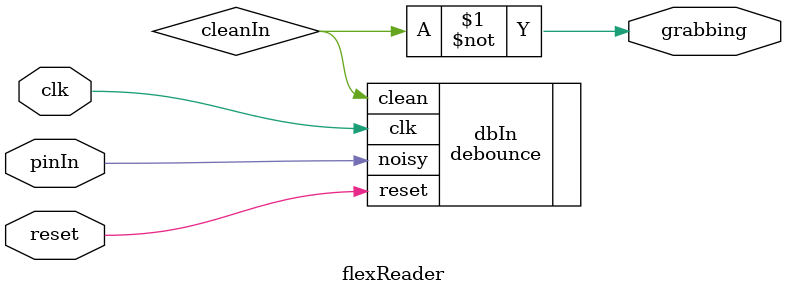
<source format=v>

module flexReader(input clk, input reset, input pinIn, output grabbing);
    wire cleanIn;
    // debounce and sync with clock
    debounce dbIn(.reset(reset), .clk(clk), .noisy(pinIn), .clean(cleanIn));
    // the input is high when the flex sensor is straight. We want the opposite.
    assign grabbing = ~cleanIn;
endmodule

</source>
